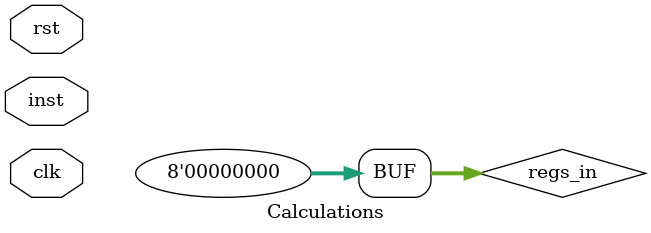
<source format=sv>

module Calculations (
    input logic clk,
    input logic rst,
    input byte  inst
);

  byte regs_in = 8'b0;
  byte regs_out;
  byte arith_out;

  byte reg2_out;
  byte reg3_out;

  logic [3:0] onehot_op;

  logic enable_regs;

  InstructionDecoder decoder (
      .inst(inst),
      .onehot_op(onehot_op)
  );

  assign enable_regs = onehot_op[2];

  Registers regs (
      .clk(clk),
      .rst(rst),
      .ebble(enable_regs),
      .inst(inst),
      .in(regs_in),
      .out(regs_out),
      .reg2(reg2_out),
      .reg3(reg3_out)
  );

  ArithmeticEngine arith (
      .in1(reg2_out),
      .in2(reg3_out),
      .op (inst),
      .out(arith_out)
  );

  always_comb begin
    case (onehot_op)
      4'b0001: out = 1'h0;
      4'b0010: out = arith_out;
      4'b0100: out = regs_out;
      4'b1000: out = 1'h0;
    endcase
  end

endmodule

</source>
